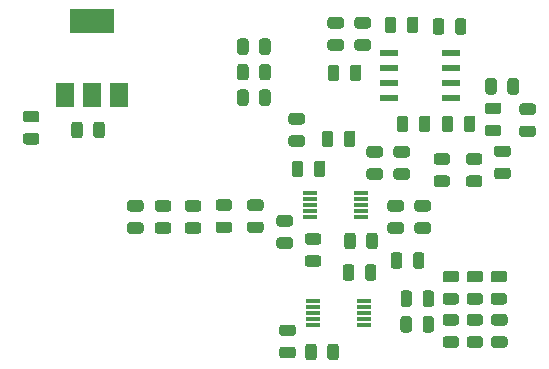
<source format=gbr>
%TF.GenerationSoftware,KiCad,Pcbnew,(5.1.6)-1*%
%TF.CreationDate,2020-12-22T10:56:42-08:00*%
%TF.ProjectId,Digimuser_Board,44696769-6d75-4736-9572-5f426f617264,rev?*%
%TF.SameCoordinates,Original*%
%TF.FileFunction,Paste,Top*%
%TF.FilePolarity,Positive*%
%FSLAX46Y46*%
G04 Gerber Fmt 4.6, Leading zero omitted, Abs format (unit mm)*
G04 Created by KiCad (PCBNEW (5.1.6)-1) date 2020-12-22 10:56:42*
%MOMM*%
%LPD*%
G01*
G04 APERTURE LIST*
%ADD10R,1.308100X0.304800*%
%ADD11R,1.650000X0.610000*%
%ADD12R,1.500000X2.000000*%
%ADD13R,3.800000X2.000000*%
G04 APERTURE END LIST*
%TO.C,C1*%
G36*
G01*
X136138500Y-70981250D02*
X136138500Y-71893750D01*
G75*
G02*
X135894750Y-72137500I-243750J0D01*
G01*
X135407250Y-72137500D01*
G75*
G02*
X135163500Y-71893750I0J243750D01*
G01*
X135163500Y-70981250D01*
G75*
G02*
X135407250Y-70737500I243750J0D01*
G01*
X135894750Y-70737500D01*
G75*
G02*
X136138500Y-70981250I0J-243750D01*
G01*
G37*
G36*
G01*
X138013500Y-70981250D02*
X138013500Y-71893750D01*
G75*
G02*
X137769750Y-72137500I-243750J0D01*
G01*
X137282250Y-72137500D01*
G75*
G02*
X137038500Y-71893750I0J243750D01*
G01*
X137038500Y-70981250D01*
G75*
G02*
X137282250Y-70737500I243750J0D01*
G01*
X137769750Y-70737500D01*
G75*
G02*
X138013500Y-70981250I0J-243750D01*
G01*
G37*
%TD*%
%TO.C,C2*%
G36*
G01*
X144214000Y-79704250D02*
X144214000Y-78791750D01*
G75*
G02*
X144457750Y-78548000I243750J0D01*
G01*
X144945250Y-78548000D01*
G75*
G02*
X145189000Y-78791750I0J-243750D01*
G01*
X145189000Y-79704250D01*
G75*
G02*
X144945250Y-79948000I-243750J0D01*
G01*
X144457750Y-79948000D01*
G75*
G02*
X144214000Y-79704250I0J243750D01*
G01*
G37*
G36*
G01*
X142339000Y-79704250D02*
X142339000Y-78791750D01*
G75*
G02*
X142582750Y-78548000I243750J0D01*
G01*
X143070250Y-78548000D01*
G75*
G02*
X143314000Y-78791750I0J-243750D01*
G01*
X143314000Y-79704250D01*
G75*
G02*
X143070250Y-79948000I-243750J0D01*
G01*
X142582750Y-79948000D01*
G75*
G02*
X142339000Y-79704250I0J243750D01*
G01*
G37*
%TD*%
%TO.C,C3*%
G36*
G01*
X143966250Y-69908000D02*
X143053750Y-69908000D01*
G75*
G02*
X142810000Y-69664250I0J243750D01*
G01*
X142810000Y-69176750D01*
G75*
G02*
X143053750Y-68933000I243750J0D01*
G01*
X143966250Y-68933000D01*
G75*
G02*
X144210000Y-69176750I0J-243750D01*
G01*
X144210000Y-69664250D01*
G75*
G02*
X143966250Y-69908000I-243750J0D01*
G01*
G37*
G36*
G01*
X143966250Y-71783000D02*
X143053750Y-71783000D01*
G75*
G02*
X142810000Y-71539250I0J243750D01*
G01*
X142810000Y-71051750D01*
G75*
G02*
X143053750Y-70808000I243750J0D01*
G01*
X143966250Y-70808000D01*
G75*
G02*
X144210000Y-71051750I0J-243750D01*
G01*
X144210000Y-71539250D01*
G75*
G02*
X143966250Y-71783000I-243750J0D01*
G01*
G37*
%TD*%
%TO.C,C4*%
G36*
G01*
X152712000Y-69266750D02*
X152712000Y-70179250D01*
G75*
G02*
X152468250Y-70423000I-243750J0D01*
G01*
X151980750Y-70423000D01*
G75*
G02*
X151737000Y-70179250I0J243750D01*
G01*
X151737000Y-69266750D01*
G75*
G02*
X151980750Y-69023000I243750J0D01*
G01*
X152468250Y-69023000D01*
G75*
G02*
X152712000Y-69266750I0J-243750D01*
G01*
G37*
G36*
G01*
X154587000Y-69266750D02*
X154587000Y-70179250D01*
G75*
G02*
X154343250Y-70423000I-243750J0D01*
G01*
X153855750Y-70423000D01*
G75*
G02*
X153612000Y-70179250I0J243750D01*
G01*
X153612000Y-69266750D01*
G75*
G02*
X153855750Y-69023000I243750J0D01*
G01*
X154343250Y-69023000D01*
G75*
G02*
X154587000Y-69266750I0J-243750D01*
G01*
G37*
%TD*%
%TO.C,C5*%
G36*
G01*
X149664000Y-77521750D02*
X149664000Y-78434250D01*
G75*
G02*
X149420250Y-78678000I-243750J0D01*
G01*
X148932750Y-78678000D01*
G75*
G02*
X148689000Y-78434250I0J243750D01*
G01*
X148689000Y-77521750D01*
G75*
G02*
X148932750Y-77278000I243750J0D01*
G01*
X149420250Y-77278000D01*
G75*
G02*
X149664000Y-77521750I0J-243750D01*
G01*
G37*
G36*
G01*
X151539000Y-77521750D02*
X151539000Y-78434250D01*
G75*
G02*
X151295250Y-78678000I-243750J0D01*
G01*
X150807750Y-78678000D01*
G75*
G02*
X150564000Y-78434250I0J243750D01*
G01*
X150564000Y-77521750D01*
G75*
G02*
X150807750Y-77278000I243750J0D01*
G01*
X151295250Y-77278000D01*
G75*
G02*
X151539000Y-77521750I0J-243750D01*
G01*
G37*
%TD*%
%TO.C,C6*%
G36*
G01*
X156388750Y-78047000D02*
X157301250Y-78047000D01*
G75*
G02*
X157545000Y-78290750I0J-243750D01*
G01*
X157545000Y-78778250D01*
G75*
G02*
X157301250Y-79022000I-243750J0D01*
G01*
X156388750Y-79022000D01*
G75*
G02*
X156145000Y-78778250I0J243750D01*
G01*
X156145000Y-78290750D01*
G75*
G02*
X156388750Y-78047000I243750J0D01*
G01*
G37*
G36*
G01*
X156388750Y-76172000D02*
X157301250Y-76172000D01*
G75*
G02*
X157545000Y-76415750I0J-243750D01*
G01*
X157545000Y-76903250D01*
G75*
G02*
X157301250Y-77147000I-243750J0D01*
G01*
X156388750Y-77147000D01*
G75*
G02*
X156145000Y-76903250I0J243750D01*
G01*
X156145000Y-76415750D01*
G75*
G02*
X156388750Y-76172000I243750J0D01*
G01*
G37*
%TD*%
%TO.C,C7*%
G36*
G01*
X138989750Y-96843000D02*
X139902250Y-96843000D01*
G75*
G02*
X140146000Y-97086750I0J-243750D01*
G01*
X140146000Y-97574250D01*
G75*
G02*
X139902250Y-97818000I-243750J0D01*
G01*
X138989750Y-97818000D01*
G75*
G02*
X138746000Y-97574250I0J243750D01*
G01*
X138746000Y-97086750D01*
G75*
G02*
X138989750Y-96843000I243750J0D01*
G01*
G37*
G36*
G01*
X138989750Y-94968000D02*
X139902250Y-94968000D01*
G75*
G02*
X140146000Y-95211750I0J-243750D01*
G01*
X140146000Y-95699250D01*
G75*
G02*
X139902250Y-95943000I-243750J0D01*
G01*
X138989750Y-95943000D01*
G75*
G02*
X138746000Y-95699250I0J243750D01*
G01*
X138746000Y-95211750D01*
G75*
G02*
X138989750Y-94968000I243750J0D01*
G01*
G37*
%TD*%
%TO.C,C8*%
G36*
G01*
X138735750Y-87572000D02*
X139648250Y-87572000D01*
G75*
G02*
X139892000Y-87815750I0J-243750D01*
G01*
X139892000Y-88303250D01*
G75*
G02*
X139648250Y-88547000I-243750J0D01*
G01*
X138735750Y-88547000D01*
G75*
G02*
X138492000Y-88303250I0J243750D01*
G01*
X138492000Y-87815750D01*
G75*
G02*
X138735750Y-87572000I243750J0D01*
G01*
G37*
G36*
G01*
X138735750Y-85697000D02*
X139648250Y-85697000D01*
G75*
G02*
X139892000Y-85940750I0J-243750D01*
G01*
X139892000Y-86428250D01*
G75*
G02*
X139648250Y-86672000I-243750J0D01*
G01*
X138735750Y-86672000D01*
G75*
G02*
X138492000Y-86428250I0J243750D01*
G01*
X138492000Y-85940750D01*
G75*
G02*
X138735750Y-85697000I243750J0D01*
G01*
G37*
%TD*%
%TO.C,C10*%
G36*
G01*
X142817000Y-97738250D02*
X142817000Y-96825750D01*
G75*
G02*
X143060750Y-96582000I243750J0D01*
G01*
X143548250Y-96582000D01*
G75*
G02*
X143792000Y-96825750I0J-243750D01*
G01*
X143792000Y-97738250D01*
G75*
G02*
X143548250Y-97982000I-243750J0D01*
G01*
X143060750Y-97982000D01*
G75*
G02*
X142817000Y-97738250I0J243750D01*
G01*
G37*
G36*
G01*
X140942000Y-97738250D02*
X140942000Y-96825750D01*
G75*
G02*
X141185750Y-96582000I243750J0D01*
G01*
X141673250Y-96582000D01*
G75*
G02*
X141917000Y-96825750I0J-243750D01*
G01*
X141917000Y-97738250D01*
G75*
G02*
X141673250Y-97982000I-243750J0D01*
G01*
X141185750Y-97982000D01*
G75*
G02*
X140942000Y-97738250I0J243750D01*
G01*
G37*
%TD*%
%TO.C,C11*%
G36*
G01*
X141148750Y-89096000D02*
X142061250Y-89096000D01*
G75*
G02*
X142305000Y-89339750I0J-243750D01*
G01*
X142305000Y-89827250D01*
G75*
G02*
X142061250Y-90071000I-243750J0D01*
G01*
X141148750Y-90071000D01*
G75*
G02*
X140905000Y-89827250I0J243750D01*
G01*
X140905000Y-89339750D01*
G75*
G02*
X141148750Y-89096000I243750J0D01*
G01*
G37*
G36*
G01*
X141148750Y-87221000D02*
X142061250Y-87221000D01*
G75*
G02*
X142305000Y-87464750I0J-243750D01*
G01*
X142305000Y-87952250D01*
G75*
G02*
X142061250Y-88196000I-243750J0D01*
G01*
X141148750Y-88196000D01*
G75*
G02*
X140905000Y-87952250I0J243750D01*
G01*
X140905000Y-87464750D01*
G75*
G02*
X141148750Y-87221000I243750J0D01*
G01*
G37*
%TD*%
%TO.C,C14*%
G36*
G01*
X147268250Y-80830000D02*
X146355750Y-80830000D01*
G75*
G02*
X146112000Y-80586250I0J243750D01*
G01*
X146112000Y-80098750D01*
G75*
G02*
X146355750Y-79855000I243750J0D01*
G01*
X147268250Y-79855000D01*
G75*
G02*
X147512000Y-80098750I0J-243750D01*
G01*
X147512000Y-80586250D01*
G75*
G02*
X147268250Y-80830000I-243750J0D01*
G01*
G37*
G36*
G01*
X147268250Y-82705000D02*
X146355750Y-82705000D01*
G75*
G02*
X146112000Y-82461250I0J243750D01*
G01*
X146112000Y-81973750D01*
G75*
G02*
X146355750Y-81730000I243750J0D01*
G01*
X147268250Y-81730000D01*
G75*
G02*
X147512000Y-81973750I0J-243750D01*
G01*
X147512000Y-82461250D01*
G75*
G02*
X147268250Y-82705000I-243750J0D01*
G01*
G37*
%TD*%
%TO.C,C15*%
G36*
G01*
X149046250Y-85402000D02*
X148133750Y-85402000D01*
G75*
G02*
X147890000Y-85158250I0J243750D01*
G01*
X147890000Y-84670750D01*
G75*
G02*
X148133750Y-84427000I243750J0D01*
G01*
X149046250Y-84427000D01*
G75*
G02*
X149290000Y-84670750I0J-243750D01*
G01*
X149290000Y-85158250D01*
G75*
G02*
X149046250Y-85402000I-243750J0D01*
G01*
G37*
G36*
G01*
X149046250Y-87277000D02*
X148133750Y-87277000D01*
G75*
G02*
X147890000Y-87033250I0J243750D01*
G01*
X147890000Y-86545750D01*
G75*
G02*
X148133750Y-86302000I243750J0D01*
G01*
X149046250Y-86302000D01*
G75*
G02*
X149290000Y-86545750I0J-243750D01*
G01*
X149290000Y-87033250D01*
G75*
G02*
X149046250Y-87277000I-243750J0D01*
G01*
G37*
%TD*%
%TO.C,C16*%
G36*
G01*
X145092000Y-90094750D02*
X145092000Y-91007250D01*
G75*
G02*
X144848250Y-91251000I-243750J0D01*
G01*
X144360750Y-91251000D01*
G75*
G02*
X144117000Y-91007250I0J243750D01*
G01*
X144117000Y-90094750D01*
G75*
G02*
X144360750Y-89851000I243750J0D01*
G01*
X144848250Y-89851000D01*
G75*
G02*
X145092000Y-90094750I0J-243750D01*
G01*
G37*
G36*
G01*
X146967000Y-90094750D02*
X146967000Y-91007250D01*
G75*
G02*
X146723250Y-91251000I-243750J0D01*
G01*
X146235750Y-91251000D01*
G75*
G02*
X145992000Y-91007250I0J243750D01*
G01*
X145992000Y-90094750D01*
G75*
G02*
X146235750Y-89851000I243750J0D01*
G01*
X146723250Y-89851000D01*
G75*
G02*
X146967000Y-90094750I0J-243750D01*
G01*
G37*
%TD*%
%TO.C,C17*%
G36*
G01*
X146119000Y-88340250D02*
X146119000Y-87427750D01*
G75*
G02*
X146362750Y-87184000I243750J0D01*
G01*
X146850250Y-87184000D01*
G75*
G02*
X147094000Y-87427750I0J-243750D01*
G01*
X147094000Y-88340250D01*
G75*
G02*
X146850250Y-88584000I-243750J0D01*
G01*
X146362750Y-88584000D01*
G75*
G02*
X146119000Y-88340250I0J243750D01*
G01*
G37*
G36*
G01*
X144244000Y-88340250D02*
X144244000Y-87427750D01*
G75*
G02*
X144487750Y-87184000I243750J0D01*
G01*
X144975250Y-87184000D01*
G75*
G02*
X145219000Y-87427750I0J-243750D01*
G01*
X145219000Y-88340250D01*
G75*
G02*
X144975250Y-88584000I-243750J0D01*
G01*
X144487750Y-88584000D01*
G75*
G02*
X144244000Y-88340250I0J243750D01*
G01*
G37*
%TD*%
%TO.C,C18*%
G36*
G01*
X157176150Y-81679200D02*
X158088650Y-81679200D01*
G75*
G02*
X158332400Y-81922950I0J-243750D01*
G01*
X158332400Y-82410450D01*
G75*
G02*
X158088650Y-82654200I-243750J0D01*
G01*
X157176150Y-82654200D01*
G75*
G02*
X156932400Y-82410450I0J243750D01*
G01*
X156932400Y-81922950D01*
G75*
G02*
X157176150Y-81679200I243750J0D01*
G01*
G37*
G36*
G01*
X157176150Y-79804200D02*
X158088650Y-79804200D01*
G75*
G02*
X158332400Y-80047950I0J-243750D01*
G01*
X158332400Y-80535450D01*
G75*
G02*
X158088650Y-80779200I-243750J0D01*
G01*
X157176150Y-80779200D01*
G75*
G02*
X156932400Y-80535450I0J243750D01*
G01*
X156932400Y-80047950D01*
G75*
G02*
X157176150Y-79804200I243750J0D01*
G01*
G37*
%TD*%
%TO.C,C19*%
G36*
G01*
X150056000Y-89991250D02*
X150056000Y-89078750D01*
G75*
G02*
X150299750Y-88835000I243750J0D01*
G01*
X150787250Y-88835000D01*
G75*
G02*
X151031000Y-89078750I0J-243750D01*
G01*
X151031000Y-89991250D01*
G75*
G02*
X150787250Y-90235000I-243750J0D01*
G01*
X150299750Y-90235000D01*
G75*
G02*
X150056000Y-89991250I0J243750D01*
G01*
G37*
G36*
G01*
X148181000Y-89991250D02*
X148181000Y-89078750D01*
G75*
G02*
X148424750Y-88835000I243750J0D01*
G01*
X148912250Y-88835000D01*
G75*
G02*
X149156000Y-89078750I0J-243750D01*
G01*
X149156000Y-89991250D01*
G75*
G02*
X148912250Y-90235000I-243750J0D01*
G01*
X148424750Y-90235000D01*
G75*
G02*
X148181000Y-89991250I0J243750D01*
G01*
G37*
%TD*%
%TO.C,C20*%
G36*
G01*
X149554250Y-80830000D02*
X148641750Y-80830000D01*
G75*
G02*
X148398000Y-80586250I0J243750D01*
G01*
X148398000Y-80098750D01*
G75*
G02*
X148641750Y-79855000I243750J0D01*
G01*
X149554250Y-79855000D01*
G75*
G02*
X149798000Y-80098750I0J-243750D01*
G01*
X149798000Y-80586250D01*
G75*
G02*
X149554250Y-80830000I-243750J0D01*
G01*
G37*
G36*
G01*
X149554250Y-82705000D02*
X148641750Y-82705000D01*
G75*
G02*
X148398000Y-82461250I0J243750D01*
G01*
X148398000Y-81973750D01*
G75*
G02*
X148641750Y-81730000I243750J0D01*
G01*
X149554250Y-81730000D01*
G75*
G02*
X149798000Y-81973750I0J-243750D01*
G01*
X149798000Y-82461250D01*
G75*
G02*
X149554250Y-82705000I-243750J0D01*
G01*
G37*
%TD*%
%TO.C,C21*%
G36*
G01*
X151332250Y-85402000D02*
X150419750Y-85402000D01*
G75*
G02*
X150176000Y-85158250I0J243750D01*
G01*
X150176000Y-84670750D01*
G75*
G02*
X150419750Y-84427000I243750J0D01*
G01*
X151332250Y-84427000D01*
G75*
G02*
X151576000Y-84670750I0J-243750D01*
G01*
X151576000Y-85158250D01*
G75*
G02*
X151332250Y-85402000I-243750J0D01*
G01*
G37*
G36*
G01*
X151332250Y-87277000D02*
X150419750Y-87277000D01*
G75*
G02*
X150176000Y-87033250I0J243750D01*
G01*
X150176000Y-86545750D01*
G75*
G02*
X150419750Y-86302000I243750J0D01*
G01*
X151332250Y-86302000D01*
G75*
G02*
X151576000Y-86545750I0J-243750D01*
G01*
X151576000Y-87033250D01*
G75*
G02*
X151332250Y-87277000I-243750J0D01*
G01*
G37*
%TD*%
%TO.C,R1*%
G36*
G01*
X137038500Y-74052750D02*
X137038500Y-73140250D01*
G75*
G02*
X137282250Y-72896500I243750J0D01*
G01*
X137769750Y-72896500D01*
G75*
G02*
X138013500Y-73140250I0J-243750D01*
G01*
X138013500Y-74052750D01*
G75*
G02*
X137769750Y-74296500I-243750J0D01*
G01*
X137282250Y-74296500D01*
G75*
G02*
X137038500Y-74052750I0J243750D01*
G01*
G37*
G36*
G01*
X135163500Y-74052750D02*
X135163500Y-73140250D01*
G75*
G02*
X135407250Y-72896500I243750J0D01*
G01*
X135894750Y-72896500D01*
G75*
G02*
X136138500Y-73140250I0J-243750D01*
G01*
X136138500Y-74052750D01*
G75*
G02*
X135894750Y-74296500I-243750J0D01*
G01*
X135407250Y-74296500D01*
G75*
G02*
X135163500Y-74052750I0J243750D01*
G01*
G37*
%TD*%
%TO.C,R2*%
G36*
G01*
X136138500Y-75299250D02*
X136138500Y-76211750D01*
G75*
G02*
X135894750Y-76455500I-243750J0D01*
G01*
X135407250Y-76455500D01*
G75*
G02*
X135163500Y-76211750I0J243750D01*
G01*
X135163500Y-75299250D01*
G75*
G02*
X135407250Y-75055500I243750J0D01*
G01*
X135894750Y-75055500D01*
G75*
G02*
X136138500Y-75299250I0J-243750D01*
G01*
G37*
G36*
G01*
X138013500Y-75299250D02*
X138013500Y-76211750D01*
G75*
G02*
X137769750Y-76455500I-243750J0D01*
G01*
X137282250Y-76455500D01*
G75*
G02*
X137038500Y-76211750I0J243750D01*
G01*
X137038500Y-75299250D01*
G75*
G02*
X137282250Y-75055500I243750J0D01*
G01*
X137769750Y-75055500D01*
G75*
G02*
X138013500Y-75299250I0J-243750D01*
G01*
G37*
%TD*%
%TO.C,R3*%
G36*
G01*
X126099250Y-86302000D02*
X127011750Y-86302000D01*
G75*
G02*
X127255500Y-86545750I0J-243750D01*
G01*
X127255500Y-87033250D01*
G75*
G02*
X127011750Y-87277000I-243750J0D01*
G01*
X126099250Y-87277000D01*
G75*
G02*
X125855500Y-87033250I0J243750D01*
G01*
X125855500Y-86545750D01*
G75*
G02*
X126099250Y-86302000I243750J0D01*
G01*
G37*
G36*
G01*
X126099250Y-84427000D02*
X127011750Y-84427000D01*
G75*
G02*
X127255500Y-84670750I0J-243750D01*
G01*
X127255500Y-85158250D01*
G75*
G02*
X127011750Y-85402000I-243750J0D01*
G01*
X126099250Y-85402000D01*
G75*
G02*
X125855500Y-85158250I0J243750D01*
G01*
X125855500Y-84670750D01*
G75*
G02*
X126099250Y-84427000I243750J0D01*
G01*
G37*
%TD*%
%TO.C,R4*%
G36*
G01*
X128448750Y-86302000D02*
X129361250Y-86302000D01*
G75*
G02*
X129605000Y-86545750I0J-243750D01*
G01*
X129605000Y-87033250D01*
G75*
G02*
X129361250Y-87277000I-243750J0D01*
G01*
X128448750Y-87277000D01*
G75*
G02*
X128205000Y-87033250I0J243750D01*
G01*
X128205000Y-86545750D01*
G75*
G02*
X128448750Y-86302000I243750J0D01*
G01*
G37*
G36*
G01*
X128448750Y-84427000D02*
X129361250Y-84427000D01*
G75*
G02*
X129605000Y-84670750I0J-243750D01*
G01*
X129605000Y-85158250D01*
G75*
G02*
X129361250Y-85402000I-243750J0D01*
G01*
X128448750Y-85402000D01*
G75*
G02*
X128205000Y-85158250I0J243750D01*
G01*
X128205000Y-84670750D01*
G75*
G02*
X128448750Y-84427000I243750J0D01*
G01*
G37*
%TD*%
%TO.C,R5*%
G36*
G01*
X130988750Y-86302000D02*
X131901250Y-86302000D01*
G75*
G02*
X132145000Y-86545750I0J-243750D01*
G01*
X132145000Y-87033250D01*
G75*
G02*
X131901250Y-87277000I-243750J0D01*
G01*
X130988750Y-87277000D01*
G75*
G02*
X130745000Y-87033250I0J243750D01*
G01*
X130745000Y-86545750D01*
G75*
G02*
X130988750Y-86302000I243750J0D01*
G01*
G37*
G36*
G01*
X130988750Y-84427000D02*
X131901250Y-84427000D01*
G75*
G02*
X132145000Y-84670750I0J-243750D01*
G01*
X132145000Y-85158250D01*
G75*
G02*
X131901250Y-85402000I-243750J0D01*
G01*
X130988750Y-85402000D01*
G75*
G02*
X130745000Y-85158250I0J243750D01*
G01*
X130745000Y-84670750D01*
G75*
G02*
X130988750Y-84427000I243750J0D01*
G01*
G37*
%TD*%
%TO.C,R6*%
G36*
G01*
X139751750Y-78936000D02*
X140664250Y-78936000D01*
G75*
G02*
X140908000Y-79179750I0J-243750D01*
G01*
X140908000Y-79667250D01*
G75*
G02*
X140664250Y-79911000I-243750J0D01*
G01*
X139751750Y-79911000D01*
G75*
G02*
X139508000Y-79667250I0J243750D01*
G01*
X139508000Y-79179750D01*
G75*
G02*
X139751750Y-78936000I243750J0D01*
G01*
G37*
G36*
G01*
X139751750Y-77061000D02*
X140664250Y-77061000D01*
G75*
G02*
X140908000Y-77304750I0J-243750D01*
G01*
X140908000Y-77792250D01*
G75*
G02*
X140664250Y-78036000I-243750J0D01*
G01*
X139751750Y-78036000D01*
G75*
G02*
X139508000Y-77792250I0J243750D01*
G01*
X139508000Y-77304750D01*
G75*
G02*
X139751750Y-77061000I243750J0D01*
G01*
G37*
%TD*%
%TO.C,R7*%
G36*
G01*
X133592250Y-86238500D02*
X134504750Y-86238500D01*
G75*
G02*
X134748500Y-86482250I0J-243750D01*
G01*
X134748500Y-86969750D01*
G75*
G02*
X134504750Y-87213500I-243750J0D01*
G01*
X133592250Y-87213500D01*
G75*
G02*
X133348500Y-86969750I0J243750D01*
G01*
X133348500Y-86482250D01*
G75*
G02*
X133592250Y-86238500I243750J0D01*
G01*
G37*
G36*
G01*
X133592250Y-84363500D02*
X134504750Y-84363500D01*
G75*
G02*
X134748500Y-84607250I0J-243750D01*
G01*
X134748500Y-85094750D01*
G75*
G02*
X134504750Y-85338500I-243750J0D01*
G01*
X133592250Y-85338500D01*
G75*
G02*
X133348500Y-85094750I0J243750D01*
G01*
X133348500Y-84607250D01*
G75*
G02*
X133592250Y-84363500I243750J0D01*
G01*
G37*
%TD*%
%TO.C,R8*%
G36*
G01*
X136259250Y-86238500D02*
X137171750Y-86238500D01*
G75*
G02*
X137415500Y-86482250I0J-243750D01*
G01*
X137415500Y-86969750D01*
G75*
G02*
X137171750Y-87213500I-243750J0D01*
G01*
X136259250Y-87213500D01*
G75*
G02*
X136015500Y-86969750I0J243750D01*
G01*
X136015500Y-86482250D01*
G75*
G02*
X136259250Y-86238500I243750J0D01*
G01*
G37*
G36*
G01*
X136259250Y-84363500D02*
X137171750Y-84363500D01*
G75*
G02*
X137415500Y-84607250I0J-243750D01*
G01*
X137415500Y-85094750D01*
G75*
G02*
X137171750Y-85338500I-243750J0D01*
G01*
X136259250Y-85338500D01*
G75*
G02*
X136015500Y-85094750I0J243750D01*
G01*
X136015500Y-84607250D01*
G75*
G02*
X136259250Y-84363500I243750J0D01*
G01*
G37*
%TD*%
%TO.C,R9*%
G36*
G01*
X143822000Y-73203750D02*
X143822000Y-74116250D01*
G75*
G02*
X143578250Y-74360000I-243750J0D01*
G01*
X143090750Y-74360000D01*
G75*
G02*
X142847000Y-74116250I0J243750D01*
G01*
X142847000Y-73203750D01*
G75*
G02*
X143090750Y-72960000I243750J0D01*
G01*
X143578250Y-72960000D01*
G75*
G02*
X143822000Y-73203750I0J-243750D01*
G01*
G37*
G36*
G01*
X145697000Y-73203750D02*
X145697000Y-74116250D01*
G75*
G02*
X145453250Y-74360000I-243750J0D01*
G01*
X144965750Y-74360000D01*
G75*
G02*
X144722000Y-74116250I0J243750D01*
G01*
X144722000Y-73203750D01*
G75*
G02*
X144965750Y-72960000I243750J0D01*
G01*
X145453250Y-72960000D01*
G75*
G02*
X145697000Y-73203750I0J-243750D01*
G01*
G37*
%TD*%
%TO.C,R10*%
G36*
G01*
X145339750Y-70808000D02*
X146252250Y-70808000D01*
G75*
G02*
X146496000Y-71051750I0J-243750D01*
G01*
X146496000Y-71539250D01*
G75*
G02*
X146252250Y-71783000I-243750J0D01*
G01*
X145339750Y-71783000D01*
G75*
G02*
X145096000Y-71539250I0J243750D01*
G01*
X145096000Y-71051750D01*
G75*
G02*
X145339750Y-70808000I243750J0D01*
G01*
G37*
G36*
G01*
X145339750Y-68933000D02*
X146252250Y-68933000D01*
G75*
G02*
X146496000Y-69176750I0J-243750D01*
G01*
X146496000Y-69664250D01*
G75*
G02*
X146252250Y-69908000I-243750J0D01*
G01*
X145339750Y-69908000D01*
G75*
G02*
X145096000Y-69664250I0J243750D01*
G01*
X145096000Y-69176750D01*
G75*
G02*
X145339750Y-68933000I243750J0D01*
G01*
G37*
%TD*%
%TO.C,R11*%
G36*
G01*
X148648000Y-69139750D02*
X148648000Y-70052250D01*
G75*
G02*
X148404250Y-70296000I-243750J0D01*
G01*
X147916750Y-70296000D01*
G75*
G02*
X147673000Y-70052250I0J243750D01*
G01*
X147673000Y-69139750D01*
G75*
G02*
X147916750Y-68896000I243750J0D01*
G01*
X148404250Y-68896000D01*
G75*
G02*
X148648000Y-69139750I0J-243750D01*
G01*
G37*
G36*
G01*
X150523000Y-69139750D02*
X150523000Y-70052250D01*
G75*
G02*
X150279250Y-70296000I-243750J0D01*
G01*
X149791750Y-70296000D01*
G75*
G02*
X149548000Y-70052250I0J243750D01*
G01*
X149548000Y-69139750D01*
G75*
G02*
X149791750Y-68896000I243750J0D01*
G01*
X150279250Y-68896000D01*
G75*
G02*
X150523000Y-69139750I0J-243750D01*
G01*
G37*
%TD*%
%TO.C,R12*%
G36*
G01*
X153474000Y-77521750D02*
X153474000Y-78434250D01*
G75*
G02*
X153230250Y-78678000I-243750J0D01*
G01*
X152742750Y-78678000D01*
G75*
G02*
X152499000Y-78434250I0J243750D01*
G01*
X152499000Y-77521750D01*
G75*
G02*
X152742750Y-77278000I243750J0D01*
G01*
X153230250Y-77278000D01*
G75*
G02*
X153474000Y-77521750I0J-243750D01*
G01*
G37*
G36*
G01*
X155349000Y-77521750D02*
X155349000Y-78434250D01*
G75*
G02*
X155105250Y-78678000I-243750J0D01*
G01*
X154617750Y-78678000D01*
G75*
G02*
X154374000Y-78434250I0J243750D01*
G01*
X154374000Y-77521750D01*
G75*
G02*
X154617750Y-77278000I243750J0D01*
G01*
X155105250Y-77278000D01*
G75*
G02*
X155349000Y-77521750I0J-243750D01*
G01*
G37*
%TD*%
%TO.C,R13*%
G36*
G01*
X157157000Y-74346750D02*
X157157000Y-75259250D01*
G75*
G02*
X156913250Y-75503000I-243750J0D01*
G01*
X156425750Y-75503000D01*
G75*
G02*
X156182000Y-75259250I0J243750D01*
G01*
X156182000Y-74346750D01*
G75*
G02*
X156425750Y-74103000I243750J0D01*
G01*
X156913250Y-74103000D01*
G75*
G02*
X157157000Y-74346750I0J-243750D01*
G01*
G37*
G36*
G01*
X159032000Y-74346750D02*
X159032000Y-75259250D01*
G75*
G02*
X158788250Y-75503000I-243750J0D01*
G01*
X158300750Y-75503000D01*
G75*
G02*
X158057000Y-75259250I0J243750D01*
G01*
X158057000Y-74346750D01*
G75*
G02*
X158300750Y-74103000I243750J0D01*
G01*
X158788250Y-74103000D01*
G75*
G02*
X159032000Y-74346750I0J-243750D01*
G01*
G37*
%TD*%
%TO.C,R14*%
G36*
G01*
X160222250Y-77210500D02*
X159309750Y-77210500D01*
G75*
G02*
X159066000Y-76966750I0J243750D01*
G01*
X159066000Y-76479250D01*
G75*
G02*
X159309750Y-76235500I243750J0D01*
G01*
X160222250Y-76235500D01*
G75*
G02*
X160466000Y-76479250I0J-243750D01*
G01*
X160466000Y-76966750D01*
G75*
G02*
X160222250Y-77210500I-243750J0D01*
G01*
G37*
G36*
G01*
X160222250Y-79085500D02*
X159309750Y-79085500D01*
G75*
G02*
X159066000Y-78841750I0J243750D01*
G01*
X159066000Y-78354250D01*
G75*
G02*
X159309750Y-78110500I243750J0D01*
G01*
X160222250Y-78110500D01*
G75*
G02*
X160466000Y-78354250I0J-243750D01*
G01*
X160466000Y-78841750D01*
G75*
G02*
X160222250Y-79085500I-243750J0D01*
G01*
G37*
%TD*%
%TO.C,R16*%
G36*
G01*
X141674000Y-82244250D02*
X141674000Y-81331750D01*
G75*
G02*
X141917750Y-81088000I243750J0D01*
G01*
X142405250Y-81088000D01*
G75*
G02*
X142649000Y-81331750I0J-243750D01*
G01*
X142649000Y-82244250D01*
G75*
G02*
X142405250Y-82488000I-243750J0D01*
G01*
X141917750Y-82488000D01*
G75*
G02*
X141674000Y-82244250I0J243750D01*
G01*
G37*
G36*
G01*
X139799000Y-82244250D02*
X139799000Y-81331750D01*
G75*
G02*
X140042750Y-81088000I243750J0D01*
G01*
X140530250Y-81088000D01*
G75*
G02*
X140774000Y-81331750I0J-243750D01*
G01*
X140774000Y-82244250D01*
G75*
G02*
X140530250Y-82488000I-243750J0D01*
G01*
X140042750Y-82488000D01*
G75*
G02*
X139799000Y-82244250I0J243750D01*
G01*
G37*
%TD*%
D10*
%TO.C,U6*%
X145662650Y-83835999D03*
X145662650Y-84336001D03*
X145662650Y-84836000D03*
X145662650Y-85335999D03*
X145662650Y-85836001D03*
X141357350Y-85836001D03*
X141357350Y-85335999D03*
X141357350Y-84836000D03*
X141357350Y-84336001D03*
X141357350Y-83835999D03*
%TD*%
%TO.C,U7*%
X145916650Y-92979999D03*
X145916650Y-93480001D03*
X145916650Y-93980000D03*
X145916650Y-94479999D03*
X145916650Y-94980001D03*
X141611350Y-94980001D03*
X141611350Y-94479999D03*
X141611350Y-93980000D03*
X141611350Y-93480001D03*
X141611350Y-92979999D03*
%TD*%
D11*
%TO.C,U3*%
X153252000Y-72009000D03*
X153252000Y-73279000D03*
X153252000Y-74549000D03*
X153252000Y-75819000D03*
X147992000Y-75819000D03*
X147992000Y-74549000D03*
X147992000Y-73279000D03*
X147992000Y-72009000D03*
%TD*%
%TO.C,C22*%
G36*
G01*
X117272750Y-78745500D02*
X118185250Y-78745500D01*
G75*
G02*
X118429000Y-78989250I0J-243750D01*
G01*
X118429000Y-79476750D01*
G75*
G02*
X118185250Y-79720500I-243750J0D01*
G01*
X117272750Y-79720500D01*
G75*
G02*
X117029000Y-79476750I0J243750D01*
G01*
X117029000Y-78989250D01*
G75*
G02*
X117272750Y-78745500I243750J0D01*
G01*
G37*
G36*
G01*
X117272750Y-76870500D02*
X118185250Y-76870500D01*
G75*
G02*
X118429000Y-77114250I0J-243750D01*
G01*
X118429000Y-77601750D01*
G75*
G02*
X118185250Y-77845500I-243750J0D01*
G01*
X117272750Y-77845500D01*
G75*
G02*
X117029000Y-77601750I0J243750D01*
G01*
X117029000Y-77114250D01*
G75*
G02*
X117272750Y-76870500I243750J0D01*
G01*
G37*
%TD*%
%TO.C,C23*%
G36*
G01*
X122105000Y-78029750D02*
X122105000Y-78942250D01*
G75*
G02*
X121861250Y-79186000I-243750J0D01*
G01*
X121373750Y-79186000D01*
G75*
G02*
X121130000Y-78942250I0J243750D01*
G01*
X121130000Y-78029750D01*
G75*
G02*
X121373750Y-77786000I243750J0D01*
G01*
X121861250Y-77786000D01*
G75*
G02*
X122105000Y-78029750I0J-243750D01*
G01*
G37*
G36*
G01*
X123980000Y-78029750D02*
X123980000Y-78942250D01*
G75*
G02*
X123736250Y-79186000I-243750J0D01*
G01*
X123248750Y-79186000D01*
G75*
G02*
X123005000Y-78942250I0J243750D01*
G01*
X123005000Y-78029750D01*
G75*
G02*
X123248750Y-77786000I243750J0D01*
G01*
X123736250Y-77786000D01*
G75*
G02*
X123980000Y-78029750I0J-243750D01*
G01*
G37*
%TD*%
%TO.C,C9*%
G36*
G01*
X149981500Y-92317250D02*
X149981500Y-93229750D01*
G75*
G02*
X149737750Y-93473500I-243750J0D01*
G01*
X149250250Y-93473500D01*
G75*
G02*
X149006500Y-93229750I0J243750D01*
G01*
X149006500Y-92317250D01*
G75*
G02*
X149250250Y-92073500I243750J0D01*
G01*
X149737750Y-92073500D01*
G75*
G02*
X149981500Y-92317250I0J-243750D01*
G01*
G37*
G36*
G01*
X151856500Y-92317250D02*
X151856500Y-93229750D01*
G75*
G02*
X151612750Y-93473500I-243750J0D01*
G01*
X151125250Y-93473500D01*
G75*
G02*
X150881500Y-93229750I0J243750D01*
G01*
X150881500Y-92317250D01*
G75*
G02*
X151125250Y-92073500I243750J0D01*
G01*
X151612750Y-92073500D01*
G75*
G02*
X151856500Y-92317250I0J-243750D01*
G01*
G37*
%TD*%
%TO.C,C12*%
G36*
G01*
X149968800Y-94488950D02*
X149968800Y-95401450D01*
G75*
G02*
X149725050Y-95645200I-243750J0D01*
G01*
X149237550Y-95645200D01*
G75*
G02*
X148993800Y-95401450I0J243750D01*
G01*
X148993800Y-94488950D01*
G75*
G02*
X149237550Y-94245200I243750J0D01*
G01*
X149725050Y-94245200D01*
G75*
G02*
X149968800Y-94488950I0J-243750D01*
G01*
G37*
G36*
G01*
X151843800Y-94488950D02*
X151843800Y-95401450D01*
G75*
G02*
X151600050Y-95645200I-243750J0D01*
G01*
X151112550Y-95645200D01*
G75*
G02*
X150868800Y-95401450I0J243750D01*
G01*
X150868800Y-94488950D01*
G75*
G02*
X151112550Y-94245200I243750J0D01*
G01*
X151600050Y-94245200D01*
G75*
G02*
X151843800Y-94488950I0J-243750D01*
G01*
G37*
%TD*%
%TO.C,C24*%
G36*
G01*
X156871350Y-92296400D02*
X157783850Y-92296400D01*
G75*
G02*
X158027600Y-92540150I0J-243750D01*
G01*
X158027600Y-93027650D01*
G75*
G02*
X157783850Y-93271400I-243750J0D01*
G01*
X156871350Y-93271400D01*
G75*
G02*
X156627600Y-93027650I0J243750D01*
G01*
X156627600Y-92540150D01*
G75*
G02*
X156871350Y-92296400I243750J0D01*
G01*
G37*
G36*
G01*
X156871350Y-90421400D02*
X157783850Y-90421400D01*
G75*
G02*
X158027600Y-90665150I0J-243750D01*
G01*
X158027600Y-91152650D01*
G75*
G02*
X157783850Y-91396400I-243750J0D01*
G01*
X156871350Y-91396400D01*
G75*
G02*
X156627600Y-91152650I0J243750D01*
G01*
X156627600Y-90665150D01*
G75*
G02*
X156871350Y-90421400I243750J0D01*
G01*
G37*
%TD*%
%TO.C,C25*%
G36*
G01*
X157834650Y-95054000D02*
X156922150Y-95054000D01*
G75*
G02*
X156678400Y-94810250I0J243750D01*
G01*
X156678400Y-94322750D01*
G75*
G02*
X156922150Y-94079000I243750J0D01*
G01*
X157834650Y-94079000D01*
G75*
G02*
X158078400Y-94322750I0J-243750D01*
G01*
X158078400Y-94810250D01*
G75*
G02*
X157834650Y-95054000I-243750J0D01*
G01*
G37*
G36*
G01*
X157834650Y-96929000D02*
X156922150Y-96929000D01*
G75*
G02*
X156678400Y-96685250I0J243750D01*
G01*
X156678400Y-96197750D01*
G75*
G02*
X156922150Y-95954000I243750J0D01*
G01*
X157834650Y-95954000D01*
G75*
G02*
X158078400Y-96197750I0J-243750D01*
G01*
X158078400Y-96685250D01*
G75*
G02*
X157834650Y-96929000I-243750J0D01*
G01*
G37*
%TD*%
%TO.C,C26*%
G36*
G01*
X155701050Y-81439600D02*
X154788550Y-81439600D01*
G75*
G02*
X154544800Y-81195850I0J243750D01*
G01*
X154544800Y-80708350D01*
G75*
G02*
X154788550Y-80464600I243750J0D01*
G01*
X155701050Y-80464600D01*
G75*
G02*
X155944800Y-80708350I0J-243750D01*
G01*
X155944800Y-81195850D01*
G75*
G02*
X155701050Y-81439600I-243750J0D01*
G01*
G37*
G36*
G01*
X155701050Y-83314600D02*
X154788550Y-83314600D01*
G75*
G02*
X154544800Y-83070850I0J243750D01*
G01*
X154544800Y-82583350D01*
G75*
G02*
X154788550Y-82339600I243750J0D01*
G01*
X155701050Y-82339600D01*
G75*
G02*
X155944800Y-82583350I0J-243750D01*
G01*
X155944800Y-83070850D01*
G75*
G02*
X155701050Y-83314600I-243750J0D01*
G01*
G37*
%TD*%
%TO.C,C27*%
G36*
G01*
X152957850Y-81439600D02*
X152045350Y-81439600D01*
G75*
G02*
X151801600Y-81195850I0J243750D01*
G01*
X151801600Y-80708350D01*
G75*
G02*
X152045350Y-80464600I243750J0D01*
G01*
X152957850Y-80464600D01*
G75*
G02*
X153201600Y-80708350I0J-243750D01*
G01*
X153201600Y-81195850D01*
G75*
G02*
X152957850Y-81439600I-243750J0D01*
G01*
G37*
G36*
G01*
X152957850Y-83314600D02*
X152045350Y-83314600D01*
G75*
G02*
X151801600Y-83070850I0J243750D01*
G01*
X151801600Y-82583350D01*
G75*
G02*
X152045350Y-82339600I243750J0D01*
G01*
X152957850Y-82339600D01*
G75*
G02*
X153201600Y-82583350I0J-243750D01*
G01*
X153201600Y-83070850D01*
G75*
G02*
X152957850Y-83314600I-243750J0D01*
G01*
G37*
%TD*%
%TO.C,R15*%
G36*
G01*
X153719850Y-91396400D02*
X152807350Y-91396400D01*
G75*
G02*
X152563600Y-91152650I0J243750D01*
G01*
X152563600Y-90665150D01*
G75*
G02*
X152807350Y-90421400I243750J0D01*
G01*
X153719850Y-90421400D01*
G75*
G02*
X153963600Y-90665150I0J-243750D01*
G01*
X153963600Y-91152650D01*
G75*
G02*
X153719850Y-91396400I-243750J0D01*
G01*
G37*
G36*
G01*
X153719850Y-93271400D02*
X152807350Y-93271400D01*
G75*
G02*
X152563600Y-93027650I0J243750D01*
G01*
X152563600Y-92540150D01*
G75*
G02*
X152807350Y-92296400I243750J0D01*
G01*
X153719850Y-92296400D01*
G75*
G02*
X153963600Y-92540150I0J-243750D01*
G01*
X153963600Y-93027650D01*
G75*
G02*
X153719850Y-93271400I-243750J0D01*
G01*
G37*
%TD*%
%TO.C,R17*%
G36*
G01*
X152807350Y-95954000D02*
X153719850Y-95954000D01*
G75*
G02*
X153963600Y-96197750I0J-243750D01*
G01*
X153963600Y-96685250D01*
G75*
G02*
X153719850Y-96929000I-243750J0D01*
G01*
X152807350Y-96929000D01*
G75*
G02*
X152563600Y-96685250I0J243750D01*
G01*
X152563600Y-96197750D01*
G75*
G02*
X152807350Y-95954000I243750J0D01*
G01*
G37*
G36*
G01*
X152807350Y-94079000D02*
X153719850Y-94079000D01*
G75*
G02*
X153963600Y-94322750I0J-243750D01*
G01*
X153963600Y-94810250D01*
G75*
G02*
X153719850Y-95054000I-243750J0D01*
G01*
X152807350Y-95054000D01*
G75*
G02*
X152563600Y-94810250I0J243750D01*
G01*
X152563600Y-94322750D01*
G75*
G02*
X152807350Y-94079000I243750J0D01*
G01*
G37*
%TD*%
%TO.C,R18*%
G36*
G01*
X154839350Y-92296400D02*
X155751850Y-92296400D01*
G75*
G02*
X155995600Y-92540150I0J-243750D01*
G01*
X155995600Y-93027650D01*
G75*
G02*
X155751850Y-93271400I-243750J0D01*
G01*
X154839350Y-93271400D01*
G75*
G02*
X154595600Y-93027650I0J243750D01*
G01*
X154595600Y-92540150D01*
G75*
G02*
X154839350Y-92296400I243750J0D01*
G01*
G37*
G36*
G01*
X154839350Y-90421400D02*
X155751850Y-90421400D01*
G75*
G02*
X155995600Y-90665150I0J-243750D01*
G01*
X155995600Y-91152650D01*
G75*
G02*
X155751850Y-91396400I-243750J0D01*
G01*
X154839350Y-91396400D01*
G75*
G02*
X154595600Y-91152650I0J243750D01*
G01*
X154595600Y-90665150D01*
G75*
G02*
X154839350Y-90421400I243750J0D01*
G01*
G37*
%TD*%
%TO.C,R19*%
G36*
G01*
X155751850Y-95054000D02*
X154839350Y-95054000D01*
G75*
G02*
X154595600Y-94810250I0J243750D01*
G01*
X154595600Y-94322750D01*
G75*
G02*
X154839350Y-94079000I243750J0D01*
G01*
X155751850Y-94079000D01*
G75*
G02*
X155995600Y-94322750I0J-243750D01*
G01*
X155995600Y-94810250D01*
G75*
G02*
X155751850Y-95054000I-243750J0D01*
G01*
G37*
G36*
G01*
X155751850Y-96929000D02*
X154839350Y-96929000D01*
G75*
G02*
X154595600Y-96685250I0J243750D01*
G01*
X154595600Y-96197750D01*
G75*
G02*
X154839350Y-95954000I243750J0D01*
G01*
X155751850Y-95954000D01*
G75*
G02*
X155995600Y-96197750I0J-243750D01*
G01*
X155995600Y-96685250D01*
G75*
G02*
X155751850Y-96929000I-243750J0D01*
G01*
G37*
%TD*%
D12*
%TO.C,U2*%
X120572500Y-75540000D03*
X125172500Y-75540000D03*
X122872500Y-75540000D03*
D13*
X122872500Y-69240000D03*
%TD*%
M02*

</source>
